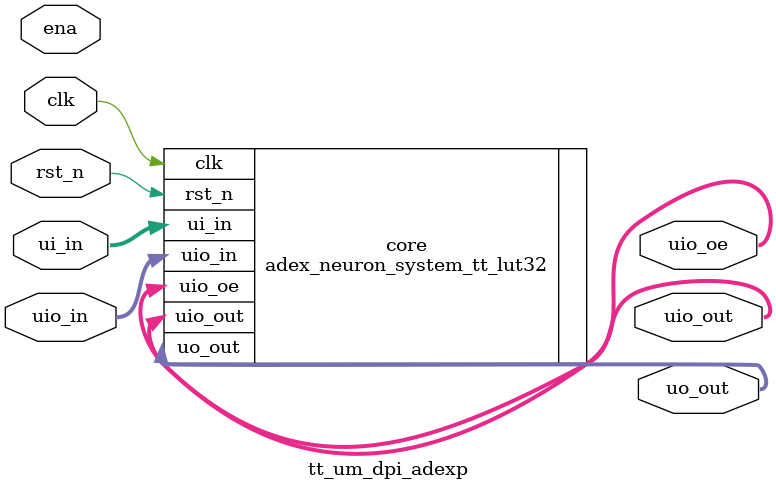
<source format=v>
/*
 * Copyright (c) 2025 Saptarshi Ghosh
 * SPDX-License-Identifier: Apache-2.0
 */

`default_nettype none

// Uncomment to switch back to LUT16
//`define USE_LUT16

module tt_um_dpi_adexp (
    input  wire [7:0] ui_in,    // Dedicated inputs
    output wire [7:0] uo_out,   // Dedicated outputs
    input  wire [7:0] uio_in,   // IOs: Input path
    output wire [7:0] uio_out,  // IOs: Output path
    output wire [7:0] uio_oe,   // IOs: Enable path (active high: 0=input, 1=output)
    input  wire       ena,      // always 1 when the design is powered, so you can ignore it
    input  wire       clk,      // clock
    input  wire       rst_n     // reset_n - low to reset
);

`ifdef USE_LUT16
    adex_neuron_system_tt_lut16 core (
        .clk(clk),
        .rst_n(rst_n),
        .ui_in(ui_in),
        .uo_out(uo_out),
        .uio_in(uio_in),
        .uio_out(uio_out),
        .uio_oe(uio_oe)
    );
`else
    adex_neuron_system_tt_lut32 core (
        .clk(clk),
        .rst_n(rst_n),
        .ui_in(ui_in),
        .uo_out(uo_out),
        .uio_in(uio_in),
        .uio_out(uio_out),
        .uio_oe(uio_oe)
    );
`endif
endmodule
</source>
